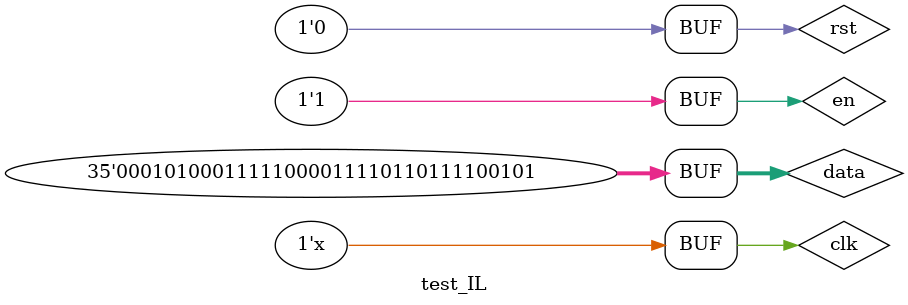
<source format=v>
`timescale 1ns / 1ps

module test_IL();
    
    reg clk;
    reg rst;

    reg en;
    reg [35 -1:0] data = 35'b00010100011111000011110110111100101;
    wire en_IL;
    wire [35 -1:0] data_IL;
    interleaver il(clk, rst, en, data, en_IL, data_IL);

    wire [35 -1:0] data_DIL;
    wire en_DIL;
    deinterleaver dil(clk, rst, en_IL, data_IL, en_DIL, data_DIL);

    initial begin
        clk <= 1;
        rst <= 1;
        en <= 0;
        #10 en <= 1;
        rst <= 0;
    end
    always #5 clk = ~clk;
    
endmodule

</source>
